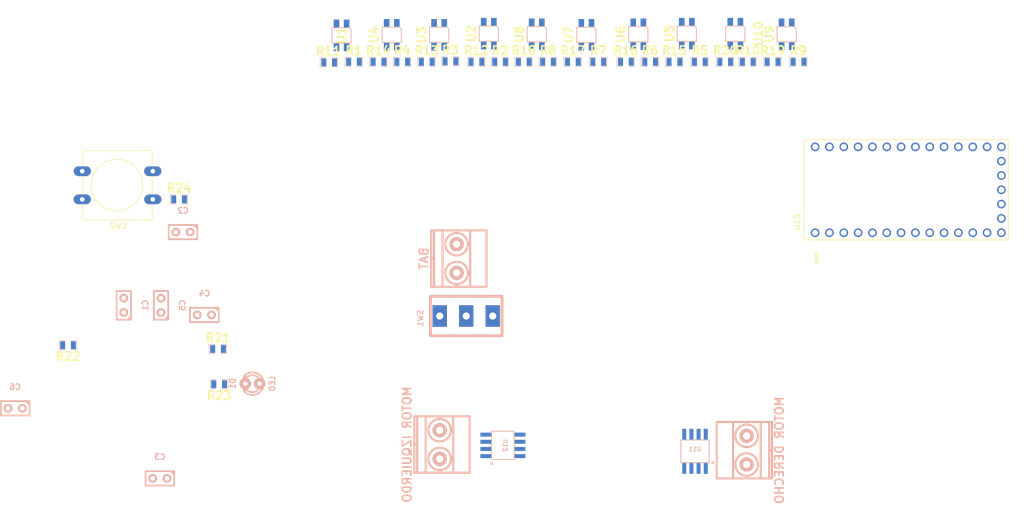
<source format=kicad_pcb>
(kicad_pcb (version 20211014) (generator pcbnew)
  (layers (0 "F.Cu" signal) (31 "B.Cu" signal) (34 "B.Paste" user) (35 "F.Paste" user) (36 "B.SilkS" user "B.Silkscreen") (37 "F.SilkS" user "F.Silkscreen") (38 "B.Mask" user) (39 "F.Mask" user) (44 "Edge.Cuts" user))
  (net 0 "")
  (net 1 "VCC")
  (net 2 "GND")
  (net 3 "+5V")
  (net 4 "Net-(D1-Pad2)")
  (net 5 "Net-(J1-Pad1)")
  (net 6 "/MOTOR_IZQ_L")
  (net 7 "/MOTOR_IZQ_R")
  (net 8 "/MOTOR_DER_L")
  (net 9 "/MOTOR_DER_R")
  (net 10 "+3V3")
  (net 11 "Net-(R1-Pad2)")
  (net 12 "Net-(R2-Pad2)")
  (net 13 "Net-(R3-Pad2)")
  (net 14 "Net-(R4-Pad2)")
  (net 15 "Net-(R5-Pad2)")
  (net 16 "Net-(R6-Pad2)")
  (net 17 "Net-(R7-Pad2)")
  (net 18 "Net-(R8-Pad2)")
  (net 19 "Net-(R9-Pad2)")
  (net 20 "Net-(R10-Pad2)")
  (net 21 "/A9")
  (net 22 "/A6")
  (net 23 "/A7")
  (net 24 "/A8")
  (net 25 "/A2")
  (net 26 "/A3")
  (net 27 "/A4")
  (net 28 "/A5")
  (net 29 "/A0")
  (net 30 "/A1")
  (net 31 "Net-(R21-Pad1)")
  (net 32 "Net-(R22-Pad1)")
  (net 33 "/PIN_ENTER")
  (net 35 "/PIN_L_DER")
  (net 36 "/PIN_R_DER")
  (net 38 "/PIN_L_IZQ")
  (net 39 "/PIN_R_IZQ")
  (footprint "DEV-15583:MODULE_DEV-15583" (layer "F.Cu") (at 181.15 98.8 90)
    (fp_text reference "U13" (at -5.715 -19.685 90) (layer "F.SilkS"))
    (fp_text value "DEV-15583")
    (fp_text user "GND" (at -12.065 -16.256 90) (layer "F.SilkS") (effects (font (size 0.64 0.64))))
    (pad "0" thru_hole circle locked (at -7.62 -13.97 90) (size 1.53 1.53) (drill 1.02) (layers *.Cu *.Mask))
    (pad "1" thru_hole circle locked (at -7.62 -11.43 90) (size 1.53 1.53) (drill 1.02) (layers *.Cu *.Mask))
    (pad "2" thru_hole circle locked (at -7.62 -8.89 90) (size 1.53 1.53) (drill 1.02) (layers *.Cu *.Mask) (net 38 "/PIN_L_IZQ"))
    (pad "3" thru_hole circle locked (at -7.62 -6.35 90) (size 1.53 1.53) (drill 1.02) (layers *.Cu *.Mask) (net 39 "/PIN_R_IZQ"))
    (pad "3.3V_1" thru_hole circle locked (at -2.54 16.51 90) (size 1.53 1.53) (drill 1.02) (layers *.Cu *.Mask))
    (pad "3.3V_2" thru_hole circle locked (at 7.62 -11.43 90) (size 1.53 1.53) (drill 1.02) (layers *.Cu *.Mask) (net 10 "+3V3"))
    (pad "4" thru_hole circle locked (at -7.62 -3.81 90) (size 1.53 1.53) (drill 1.02) (layers *.Cu *.Mask) (net 36 "/PIN_R_DER"))
    (pad "5" thru_hole circle locked (at -7.62 -1.27 90) (size 1.53 1.53) (drill 1.02) (layers *.Cu *.Mask) (net 36 "/PIN_R_DER"))
    (pad "6" thru_hole circle locked (at -7.62 1.27 90) (size 1.53 1.53) (drill 1.02) (layers *.Cu *.Mask))
    (pad "7" thru_hole circle locked (at -7.62 3.81 90) (size 1.53 1.53) (drill 1.02) (layers *.Cu *.Mask))
    (pad "8" thru_hole circle locked (at -7.62 6.35 90) (size 1.53 1.53) (drill 1.02) (layers *.Cu *.Mask))
    (pad "9" thru_hole circle locked (at -7.62 8.89 90) (size 1.53 1.53) (drill 1.02) (layers *.Cu *.Mask))
    (pad "10" thru_hole circle locked (at -7.62 11.43 90) (size 1.53 1.53) (drill 1.02) (layers *.Cu *.Mask))
    (pad "11" thru_hole circle locked (at -7.62 13.97 90) (size 1.53 1.53) (drill 1.02) (layers *.Cu *.Mask))
    (pad "12" thru_hole circle locked (at -7.62 16.51 90) (size 1.53 1.53) (drill 1.02) (layers *.Cu *.Mask) (net 33 "/PIN_ENTER"))
    (pad "13" thru_hole circle locked (at 7.62 16.51 90) (size 1.53 1.53) (drill 1.02) (layers *.Cu *.Mask))
    (pad "14" thru_hole circle locked (at 7.62 13.97 90) (size 1.53 1.53) (drill 1.02) (layers *.Cu *.Mask) (net 29 "/A0"))
    (pad "15" thru_hole circle locked (at 7.62 11.43 90) (size 1.53 1.53) (drill 1.02) (layers *.Cu *.Mask) (net 30 "/A1"))
    (pad "16" thru_hole circle locked (at 7.62 8.89 90) (size 1.53 1.53) (drill 1.02) (layers *.Cu *.Mask) (net 25 "/A2"))
    (pad "17" thru_hole circle locked (at 7.62 6.35 90) (size 1.53 1.53) (drill 1.02) (layers *.Cu *.Mask) (net 26 "/A3"))
    (pad "18" thru_hole circle locked (at 7.62 3.81 90) (size 1.53 1.53) (drill 1.02) (layers *.Cu *.Mask) (net 27 "/A4"))
    (pad "19" thru_hole circle locked (at 7.62 1.27 90) (size 1.53 1.53) (drill 1.02) (layers *.Cu *.Mask) (net 28 "/A5"))
    (pad "20" thru_hole circle locked (at 7.62 -1.27 90) (size 1.53 1.53) (drill 1.02) (layers *.Cu *.Mask) (net 22 "/A6"))
    (pad "21" thru_hole circle locked (at 7.62 -3.81 90) (size 1.53 1.53) (drill 1.02) (layers *.Cu *.Mask) (net 23 "/A7"))
    (pad "22" thru_hole circle locked (at 7.62 -6.35 90) (size 1.53 1.53) (drill 1.02) (layers *.Cu *.Mask) (net 24 "/A8"))
    (pad "23" thru_hole circle locked (at 7.62 -8.89 90) (size 1.53 1.53) (drill 1.02) (layers *.Cu *.Mask) (net 21 "/A9"))
    (pad "G1" thru_hole circle locked (at -7.62 -16.51 90) (size 1.53 1.53) (drill 1.02) (layers *.Cu *.Mask) (net 2 "GND"))
    (pad "G2" thru_hole circle locked (at 0 16.51 90) (size 1.53 1.53) (drill 1.02) (layers *.Cu *.Mask) (net 2 "GND"))
    (pad "G3" thru_hole circle locked (at 7.62 -13.97 90) (size 1.53 1.53) (drill 1.02) (layers *.Cu *.Mask) (net 2 "GND"))
    (pad "ON-OFF" thru_hole circle locked (at 5.08 16.51 90) (size 1.53 1.53) (drill 1.02) (layers *.Cu *.Mask))
    (pad "PGM" thru_hole circle locked (at 2.54 16.51 90) (size 1.53 1.53) (drill 1.02) (layers *.Cu *.Mask))
    (pad "VBAT" thru_hole circle locked (at -5.08 16.51 90) (size 1.53 1.53) (drill 1.02) (layers *.Cu *.Mask))
    (pad "VIN" thru_hole circle locked (at 7.62 -16.51 90) (size 1.53 1.53) (drill 1.02) (layers *.Cu *.Mask) (net 3 "+5V"))
  )
  (footprint "EESTN5A:SW_PUSH-12mm" (layer "F.Cu") (at 47.24 100.5 180)
    (fp_text reference "SW2" (at 6.08 -4.66) (layer "F.SilkS"))
    (fp_text value "SW_Push")
    (pad "1" thru_hole oval locked (at 0 0 180) (size 3.048 1.7272) (drill 0.8128) (layers *.Cu *.Mask) (net 33 "/PIN_ENTER"))
    (pad "1" thru_hole oval locked (at 12.5 0 180) (size 3.048 1.7272) (drill 0.8128) (layers *.Cu *.Mask) (net 33 "/PIN_ENTER"))
    (pad "2" thru_hole oval locked (at 12.5 5 180) (size 3.048 1.7272) (drill 0.8128) (layers *.Cu *.Mask) (net 10 "+3V3"))
    (pad "2" thru_hole oval locked (at 0 5 180) (size 3.048 1.7272) (drill 0.8128) (layers *.Cu *.Mask) (net 10 "+3V3"))
  )
  (footprint "EESTN5:CAP_0.1" (layer "B.Cu") (at 56.38 121 180)
    (fp_text reference "C4" (at 0 3.81) (layer "B.SilkS") (effects (font (size 1.016 1.016) (thickness 0.2032)) (justify mirror)))
    (fp_text value "0.1uf" hide)
    (pad "1" thru_hole circle locked (at -1.27 0 180) (size 1.50114 1.50114) (drill 0.8001) (layers *.Cu *.Mask "B.SilkS") (net 1 "VCC"))
    (pad "2" thru_hole circle locked (at 1.27 0 180) (size 1.50114 1.50114) (drill 0.8001) (layers *.Cu *.Mask "B.SilkS") (net 2 "GND"))
  )
  (footprint "EESTN5A:QRE1113GR" (layer "B.Cu") (at 80.7 71.4 90)
    (fp_text reference "U1" (at 0 0.01 90) (layer "F.SilkS") (effects (font (size 1.5 1.5) (thickness 0.3))))
    (fp_text value "QRE1113" hide)
    (pad "1" smd rect locked (at 2.1 0.9 90) (size 1.4 1) (layers "B.Cu" "B.Paste" "B.Mask") (net 11 "Net-(R1-Pad2)"))
    (pad "2" smd rect locked (at -2.1 0.9 90) (size 1.4 1) (layers "B.Cu" "B.Paste" "B.Mask") (net 2 "GND"))
    (pad "3" smd rect locked (at -2.1 -0.9 90) (size 1.4 1) (layers "B.Cu" "B.Paste" "B.Mask") (net 21 "/A9"))
    (pad "4" smd rect locked (at 2.1 -0.9 90) (size 1.4 1) (layers "B.Cu" "B.Paste" "B.Mask") (net 2 "GND"))
  )
  (footprint "EESTN5:CAP_0.1" (layer "B.Cu") (at 52.6 106.3 180)
    (fp_text reference "C2" (at 0 3.81) (layer "B.SilkS") (effects (font (size 1.016 1.016) (thickness 0.2032)) (justify mirror)))
    (fp_text value "47uf" hide)
    (pad "1" thru_hole circle locked (at -1.27 0 180) (size 1.50114 1.50114) (drill 0.8001) (layers *.Cu *.Mask "B.SilkS") (net 1 "VCC"))
    (pad "2" thru_hole circle locked (at 1.27 0 180) (size 1.50114 1.50114) (drill 0.8001) (layers *.Cu *.Mask "B.SilkS") (net 2 "GND"))
  )
  (footprint "EESTN5A:R_0805" (layer "B.Cu") (at 135.4 76.1 180)
    (fp_text reference "R6" (at 0 2) (layer "F.SilkS") (effects (font (size 1.5 1.5) (thickness 0.3))))
    (fp_text value "120" hide)
    (pad "1" smd rect locked (at -0.9525 0 180) (size 0.889 1.397) (layers "B.Cu" "B.Paste" "B.Mask") (net 10 "+3V3"))
    (pad "2" smd rect locked (at 0.9525 0 180) (size 0.889 1.397) (layers "B.Cu" "B.Paste" "B.Mask") (net 16 "Net-(R6-Pad2)"))
  )
  (footprint "EESTN5A:R_0805" (layer "B.Cu") (at 161.7 76.1 180)
    (fp_text reference "R9" (at 0 2) (layer "F.SilkS") (effects (font (size 1.5 1.5) (thickness 0.3))))
    (fp_text value "120" hide)
    (pad "1" smd rect locked (at -0.9525 0 180) (size 0.889 1.397) (layers "B.Cu" "B.Paste" "B.Mask") (net 10 "+3V3"))
    (pad "2" smd rect locked (at 0.9525 0 180) (size 0.889 1.397) (layers "B.Cu" "B.Paste" "B.Mask") (net 19 "Net-(R9-Pad2)"))
  )
  (footprint "EESTN5A:SSOP-8" (layer "B.Cu") (at 109.3 144.15 90)
    (fp_text reference "U12" (at 0 0.4 90) (layer "B.SilkS") (effects (font (size 0.7493 0.7493) (thickness 0.14986)) (justify mirror)))
    (fp_text value "DRV IZQ" hide)
    (pad "1" smd rect locked (at -1.905 -3 90) (size 0.7112 2) (layers "B.Cu" "B.Paste" "B.Mask") (net 2 "GND"))
    (pad "2" smd rect locked (at -0.635 -3 90) (size 0.7112 2) (layers "B.Cu" "B.Paste" "B.Mask") (net 38 "/PIN_L_IZQ"))
    (pad "3" smd rect locked (at 0.635 -3 90) (size 0.7112 2) (layers "B.Cu" "B.Paste" "B.Mask") (net 39 "/PIN_R_IZQ"))
    (pad "4" smd rect locked (at 1.905 -3 90) (size 0.7112 2) (layers "B.Cu" "B.Paste" "B.Mask"))
    (pad "5" smd rect locked (at 1.905 3 270) (size 0.7112 2) (layers "B.Cu" "B.Paste" "B.Mask") (net 1 "VCC"))
    (pad "6" smd rect locked (at 0.635 3 270) (size 0.7112 2) (layers "B.Cu" "B.Paste" "B.Mask") (net 7 "/MOTOR_IZQ_R"))
    (pad "7" smd rect locked (at -0.635 3 270) (size 0.7112 2) (layers "B.Cu" "B.Paste" "B.Mask") (net 32 "Net-(R22-Pad1)"))
    (pad "8" smd rect locked (at -1.905 3 270) (size 0.7112 2) (layers "B.Cu" "B.Paste" "B.Mask") (net 6 "/MOTOR_IZQ_L"))
  )
  (footprint "EESTN5A:R_0805" (layer "B.Cu") (at 126.2 76.1 180)
    (fp_text reference "R7" (at 0 2) (layer "F.SilkS") (effects (font (size 1.5 1.5) (thickness 0.3))))
    (fp_text value "120" hide)
    (pad "1" smd rect locked (at -0.9525 0 180) (size 0.889 1.397) (layers "B.Cu" "B.Paste" "B.Mask") (net 10 "+3V3"))
    (pad "2" smd rect locked (at 0.9525 0 180) (size 0.889 1.397) (layers "B.Cu" "B.Paste" "B.Mask") (net 17 "Net-(R7-Pad2)"))
  )
  (footprint "EESTN5A:R_0805" (layer "B.Cu") (at 108.8 76.1 180)
    (fp_text reference "R2" (at 0 2) (layer "F.SilkS") (effects (font (size 1.5 1.5) (thickness 0.3))))
    (fp_text value "120" hide)
    (pad "1" smd rect locked (at -0.9525 0 180) (size 0.889 1.397) (layers "B.Cu" "B.Paste" "B.Mask") (net 10 "+3V3"))
    (pad "2" smd rect locked (at 0.9525 0 180) (size 0.889 1.397) (layers "B.Cu" "B.Paste" "B.Mask") (net 12 "Net-(R2-Pad2)"))
  )
  (footprint "EESTN5A:QRE1113GR" (layer "B.Cu") (at 159.6 71.2 90)
    (fp_text reference "U9" (at 0 -3.1 90) (layer "F.SilkS") (effects (font (size 1.5 1.5) (thickness 0.3))))
    (fp_text value "QRE1113" hide)
    (pad "1" smd rect locked (at 2.1 0.9 90) (size 1.4 1) (layers "B.Cu" "B.Paste" "B.Mask") (net 19 "Net-(R9-Pad2)"))
    (pad "2" smd rect locked (at -2.1 0.9 90) (size 1.4 1) (layers "B.Cu" "B.Paste" "B.Mask") (net 2 "GND"))
    (pad "3" smd rect locked (at -2.1 -0.9 90) (size 1.4 1) (layers "B.Cu" "B.Paste" "B.Mask") (net 29 "/A0"))
    (pad "4" smd rect locked (at 2.1 -0.9 90) (size 1.4 1) (layers "B.Cu" "B.Paste" "B.Mask") (net 2 "GND"))
  )
  (footprint "EESTN5A:R_0805" (layer "B.Cu") (at 152.7 76.1 180)
    (fp_text reference "R10" (at 0 2) (layer "F.SilkS") (effects (font (size 1.5 1.5) (thickness 0.3))))
    (fp_text value "120" hide)
    (pad "1" smd rect locked (at -0.9525 0 180) (size 0.889 1.397) (layers "B.Cu" "B.Paste" "B.Mask") (net 10 "+3V3"))
    (pad "2" smd rect locked (at 0.9525 0 180) (size 0.889 1.397) (layers "B.Cu" "B.Paste" "B.Mask") (net 20 "Net-(R10-Pad2)"))
  )
  (footprint "EESTN5A:R_0805" (layer "B.Cu") (at 157.1 76.1 180)
    (fp_text reference "R19" (at 0 2) (layer "F.SilkS") (effects (font (size 1.5 1.5) (thickness 0.3))))
    (fp_text value "10k" hide)
    (pad "1" smd rect locked (at -0.9525 0 180) (size 0.889 1.397) (layers "B.Cu" "B.Paste" "B.Mask") (net 29 "/A0"))
    (pad "2" smd rect locked (at 0.9525 0 180) (size 0.889 1.397) (layers "B.Cu" "B.Paste" "B.Mask") (net 10 "+3V3"))
  )
  (footprint "EESTN5A:R_0805" (layer "B.Cu") (at 32.2175 126.38)
    (fp_text reference "R22" (at 0 2) (layer "F.SilkS") (effects (font (size 1.5 1.5) (thickness 0.3))))
    (fp_text value "1" hide)
    (pad "1" smd rect locked (at -0.9525 0) (size 0.889 1.397) (layers "B.Cu" "B.Paste" "B.Mask") (net 32 "Net-(R22-Pad1)"))
    (pad "2" smd rect locked (at 0.9525 0) (size 0.889 1.397) (layers "B.Cu" "B.Paste" "B.Mask") (net 2 "GND"))
  )
  (footprint "EESTN5A:QRE1113GR" (layer "B.Cu") (at 115.3 71.2 90)
    (fp_text reference "U8" (at 0 -3.1 90) (layer "F.SilkS") (effects (font (size 1.5 1.5) (thickness 0.3))))
    (fp_text value "QRE1113" hide)
    (pad "1" smd rect locked (at 2.1 0.9 90) (size 1.4 1) (layers "B.Cu" "B.Paste" "B.Mask") (net 18 "Net-(R8-Pad2)"))
    (pad "2" smd rect locked (at -2.1 0.9 90) (size 1.4 1) (layers "B.Cu" "B.Paste" "B.Mask") (net 2 "GND"))
    (pad "3" smd rect locked (at -2.1 -0.9 90) (size 1.4 1) (layers "B.Cu" "B.Paste" "B.Mask") (net 28 "/A5"))
    (pad "4" smd rect locked (at 2.1 -0.9 90) (size 1.4 1) (layers "B.Cu" "B.Paste" "B.Mask") (net 2 "GND"))
  )
  (footprint "EESTN5A:R_0805" (layer "B.Cu") (at 117.3 76.1 180)
    (fp_text reference "R8" (at 0 2) (layer "F.SilkS") (effects (font (size 1.5 1.5) (thickness 0.3))))
    (fp_text value "120" hide)
    (pad "1" smd rect locked (at -0.9525 0 180) (size 0.889 1.397) (layers "B.Cu" "B.Paste" "B.Mask") (net 10 "+3V3"))
    (pad "2" smd rect locked (at 0.9525 0 180) (size 0.889 1.397) (layers "B.Cu" "B.Paste" "B.Mask") (net 18 "Net-(R8-Pad2)"))
  )
  (footprint "EESTN5A:QRE1113GR" (layer "B.Cu") (at 133.3 71.2 90)
    (fp_text reference "U6" (at 0 -3.1 90) (layer "F.SilkS") (effects (font (size 1.5 1.5) (thickness 0.3))))
    (fp_text value "QRE1113" hide)
    (pad "1" smd rect locked (at 2.1 0.9 90) (size 1.4 1) (layers "B.Cu" "B.Paste" "B.Mask") (net 16 "Net-(R6-Pad2)"))
    (pad "2" smd rect locked (at -2.1 0.9 90) (size 1.4 1) (layers "B.Cu" "B.Paste" "B.Mask") (net 2 "GND"))
    (pad "3" smd rect locked (at -2.1 -0.9 90) (size 1.4 1) (layers "B.Cu" "B.Paste" "B.Mask") (net 26 "/A3"))
    (pad "4" smd rect locked (at 2.1 -0.9 90) (size 1.4 1) (layers "B.Cu" "B.Paste" "B.Mask") (net 2 "GND"))
  )
  (footprint "EESTN5A:QRE1113GR" (layer "B.Cu") (at 106.8 71.1 90)
    (fp_text reference "U2" (at 0 -3.1 90) (layer "F.SilkS") (effects (font (size 1.5 1.5) (thickness 0.3))))
    (fp_text value "QRE1113" hide)
    (pad "1" smd rect locked (at 2.1 0.9 90) (size 1.4 1) (layers "B.Cu" "B.Paste" "B.Mask") (net 12 "Net-(R2-Pad2)"))
    (pad "2" smd rect locked (at -2.1 0.9 90) (size 1.4 1) (layers "B.Cu" "B.Paste" "B.Mask") (net 2 "GND"))
    (pad "3" smd rect locked (at -2.1 -0.9 90) (size 1.4 1) (layers "B.Cu" "B.Paste" "B.Mask") (net 22 "/A6"))
    (pad "4" smd rect locked (at 2.1 -0.9 90) (size 1.4 1) (layers "B.Cu" "B.Paste" "B.Mask") (net 2 "GND"))
  )
  (footprint "EESTN5A:R_0805" (layer "B.Cu") (at 148.7 76.1 180)
    (fp_text reference "R20" (at 0 2) (layer "F.SilkS") (effects (font (size 1.5 1.5) (thickness 0.3))))
    (fp_text value "10k" hide)
    (pad "1" smd rect locked (at -0.9525 0 180) (size 0.889 1.397) (layers "B.Cu" "B.Paste" "B.Mask") (net 30 "/A1"))
    (pad "2" smd rect locked (at 0.9525 0 180) (size 0.889 1.397) (layers "B.Cu" "B.Paste" "B.Mask") (net 10 "+3V3"))
  )
  (footprint "EESTN5A:SW_SPDT_TH_Vertical" (layer "B.Cu") (at 102.8 121.2 -90)
    (fp_text reference "SW1" (at 0.381 8.128 90) (layer "B.SilkS") (effects (justify mirror)))
    (fp_text value "SW_SPDT" hide)
    (pad "1" thru_hole rect locked (at 0 4.7 270) (size 3.81 2.54) (drill 1.27) (layers *.Cu *.Mask))
    (pad "2" thru_hole rect locked (at 0 0 270) (size 3.81 2.54) (drill 1.27) (layers *.Cu *.Mask) (net 5 "Net-(J1-Pad1)"))
    (pad "3" thru_hole rect locked (at 0 -4.7 270) (size 3.81 2.54) (drill 1.27) (layers *.Cu *.Mask) (net 1 "VCC"))
  )
  (footprint "EESTN5:led_3mm_clear" (layer "B.Cu") (at 64.9 133.2 90)
    (fp_text reference "D1" (at 0 -3.5 90) (layer "B.SilkS") (effects (font (thickness 0.2)) (justify mirror)))
    (fp_text value "LED" (at 0 3.5 90) (layer "B.SilkS") (effects (font (thickness 0.2)) (justify mirror)))
    (pad "1" thru_hole circle locked (at 0 1.27 90) (size 1.99898 1.99898) (drill 0.8001) (layers *.Cu *.Mask "B.SilkS") (net 2 "GND"))
    (pad "2" thru_hole circle locked (at 0 -1.27 90) (size 1.99898 1.99898) (drill 0.8001) (layers *.Cu *.Mask "B.SilkS") (net 4 "Net-(D1-Pad2)"))
  )
  (footprint "EESTN5A:R_0805" (layer "B.Cu") (at 87.2525 76.1 180)
    (fp_text reference "R14" (at 0 2) (layer "F.SilkS") (effects (font (size 1.5 1.5) (thickness 0.3))))
    (fp_text value "10k" hide)
    (pad "1" smd rect locked (at -0.9525 0 180) (size 0.889 1.397) (layers "B.Cu" "B.Paste" "B.Mask") (net 24 "/A8"))
    (pad "2" smd rect locked (at 0.9525 0 180) (size 0.889 1.397) (layers "B.Cu" "B.Paste" "B.Mask") (net 10 "+3V3"))
  )
  (footprint "EESTN5A:R_0805" (layer "B.Cu") (at 144.2 76.1 180)
    (fp_text reference "R5" (at 0 2) (layer "F.SilkS") (effects (font (size 1.5 1.5) (thickness 0.3))))
    (fp_text value "120" hide)
    (pad "1" smd rect locked (at -0.9525 0 180) (size 0.889 1.397) (layers "B.Cu" "B.Paste" "B.Mask") (net 10 "+3V3"))
    (pad "2" smd rect locked (at 0.9525 0 180) (size 0.889 1.397) (layers "B.Cu" "B.Paste" "B.Mask") (net 15 "Net-(R5-Pad2)"))
  )
  (footprint "EESTN5A:R_0805" (layer "B.Cu") (at 82.9 76.1 180)
    (fp_text reference "R1" (at 0 2) (layer "F.SilkS") (effects (font (size 1.5 1.5) (thickness 0.3))))
    (fp_text value "120" hide)
    (pad "1" smd rect locked (at -0.9525 0 180) (size 0.889 1.397) (layers "B.Cu" "B.Paste" "B.Mask") (net 10 "+3V3"))
    (pad "2" smd rect locked (at 0.9525 0 180) (size 0.889 1.397) (layers "B.Cu" "B.Paste" "B.Mask") (net 11 "Net-(R1-Pad2)"))
  )
  (footprint "EESTN5A:R_0805" (layer "B.Cu") (at 51.9 100.5 180)
    (fp_text reference "R24" (at 0 2) (layer "F.SilkS") (effects (font (size 1.5 1.5) (thickness 0.3))))
    (fp_text value "10k" hide)
    (pad "1" smd rect locked (at -0.9525 0 180) (size 0.889 1.397) (layers "B.Cu" "B.Paste" "B.Mask") (net 2 "GND"))
    (pad "2" smd rect locked (at 0.9525 0 180) (size 0.889 1.397) (layers "B.Cu" "B.Paste" "B.Mask") (net 33 "/PIN_ENTER"))
  )
  (footprint "EESTN5A:R_0805" (layer "B.Cu") (at 78.5 76.2 180)
    (fp_text reference "R11" (at 0.15175 2.03) (layer "F.SilkS") (effects (font (size 1.5 1.5) (thickness 0.3))))
    (fp_text value "10k" hide)
    (pad "1" smd rect locked (at -0.9525 0 180) (size 0.889 1.397) (layers "B.Cu" "B.Paste" "B.Mask") (net 21 "/A9"))
    (pad "2" smd rect locked (at 0.9525 0 180) (size 0.889 1.397) (layers "B.Cu" "B.Paste" "B.Mask") (net 10 "+3V3"))
  )
  (footprint "EESTN5A:QRE1113GR" (layer "B.Cu") (at 98 71.3 90)
    (fp_text reference "U3" (at 0 -3.1 90) (layer "F.SilkS") (effects (font (size 1.5 1.5) (thickness 0.3))))
    (fp_text value "QRE1113" hide)
    (pad "1" smd rect locked (at 2.1 0.9 90) (size 1.4 1) (layers "B.Cu" "B.Paste" "B.Mask") (net 13 "Net-(R3-Pad2)"))
    (pad "2" smd rect locked (at -2.1 0.9 90) (size 1.4 1) (layers "B.Cu" "B.Paste" "B.Mask") (net 2 "GND"))
    (pad "3" smd rect locked (at -2.1 -0.9 90) (size 1.4 1) (layers "B.Cu" "B.Paste" "B.Mask") (net 23 "/A7"))
    (pad "4" smd rect locked (at 2.1 -0.9 90) (size 1.4 1) (layers "B.Cu" "B.Paste" "B.Mask") (net 2 "GND"))
  )
  (footprint "EESTN5A:R_0805" (layer "B.Cu") (at 100 76 180)
    (fp_text reference "R3" (at 0 2) (layer "F.SilkS") (effects (font (size 1.5 1.5) (thickness 0.3))))
    (fp_text value "120" hide)
    (pad "1" smd rect locked (at -0.9525 0 180) (size 0.889 1.397) (layers "B.Cu" "B.Paste" "B.Mask") (net 10 "+3V3"))
    (pad "2" smd rect locked (at 0.9525 0 180) (size 0.889 1.397) (layers "B.Cu" "B.Paste" "B.Mask") (net 13 "Net-(R3-Pad2)"))
  )
  (footprint "EESTN5A:R_0805" (layer "B.Cu") (at 59 133.3)
    (fp_text reference "R23" (at 0 2) (layer "F.SilkS") (effects (font (size 1.5 1.5) (thickness 0.3))))
    (fp_text value "1k" hide)
    (pad "1" smd rect locked (at -0.9525 0) (size 0.889 1.397) (layers "B.Cu" "B.Paste" "B.Mask") (net 1 "VCC"))
    (pad "2" smd rect locked (at 0.9525 0) (size 0.889 1.397) (layers "B.Cu" "B.Paste" "B.Mask") (net 4 "Net-(D1-Pad2)"))
  )
  (footprint "EESTN5:CAP_0.1" (layer "B.Cu") (at 42.1 119.3 90)
    (fp_text reference "C1" (at 0 3.81 90) (layer "B.SilkS") (effects (font (size 1.016 1.016) (thickness 0.2032)) (justify mirror)))
    (fp_text value "47uf" hide)
    (pad "1" thru_hole circle locked (at -1.27 0 90) (size 1.50114 1.50114) (drill 0.8001) (layers *.Cu *.Mask "B.SilkS") (net 1 "VCC"))
    (pad "2" thru_hole circle locked (at 1.27 0 90) (size 1.50114 1.50114) (drill 0.8001) (layers *.Cu *.Mask "B.SilkS") (net 2 "GND"))
  )
  (footprint "EESTN5A:QRE1113GR" (layer "B.Cu") (at 124.1 71.3 90)
    (fp_text reference "U7" (at 0 -3.1 90) (layer "F.SilkS") (effects (font (size 1.5 1.5) (thickness 0.3))))
    (fp_text value "QRE1113" hide)
    (pad "1" smd rect locked (at 2.1 0.9 90) (size 1.4 1) (layers "B.Cu" "B.Paste" "B.Mask") (net 17 "Net-(R7-Pad2)"))
    (pad "2" smd rect locked (at -2.1 0.9 90) (size 1.4 1) (layers "B.Cu" "B.Paste" "B.Mask") (net 2 "GND"))
    (pad "3" smd rect locked (at -2.1 -0.9 90) (size 1.4 1) (layers "B.Cu" "B.Paste" "B.Mask") (net 27 "/A4"))
    (pad "4" smd rect locked (at 2.1 -0.9 90) (size 1.4 1) (layers "B.Cu" "B.Paste" "B.Mask") (net 2 "GND"))
  )
  (footprint "EESTN5:BORNERA2" (layer "B.Cu") (at 101.1 111 90)
    (fp_text reference "J1" hide)
    (fp_text value "BAT" (at 0 -5.8 90) (layer "B.SilkS") (effects (font (size 1.5 1.5) (thickness 0.3)) (justify mirror)))
    (pad "1" thru_hole circle locked (at -2.54 0 90) (size 2.5 2.5) (drill 1.3) (layers *.Cu *.Mask "B.SilkS") (net 5 "Net-(J1-Pad1)"))
    (pad "2" thru_hole circle locked (at 2.54 0 90) (size 2.5 2.5) (drill 1.3) (layers *.Cu *.Mask "B.SilkS") (net 2 "GND"))
  )
  (footprint "EESTN5A:R_0805" (layer "B.Cu") (at 113 76.1 180)
    (fp_text reference "R18" (at 0 2) (layer "F.SilkS") (effects (font (size 1.5 1.5) (thickness 0.3))))
    (fp_text value "10k" hide)
    (pad "1" smd rect locked (at -0.9525 0 180) (size 0.889 1.397) (layers "B.Cu" "B.Paste" "B.Mask") (net 28 "/A5"))
    (pad "2" smd rect locked (at 0.9525 0 180) (size 0.889 1.397) (layers "B.Cu" "B.Paste" "B.Mask") (net 10 "+3V3"))
  )
  (footprint "EESTN5A:R_0805" (layer "B.Cu") (at 104.6 76.1 180)
    (fp_text reference "R12" (at 0 2) (layer "F.SilkS") (effects (font (size 1.5 1.5) (thickness 0.3))))
    (fp_text value "10k" hide)
    (pad "1" smd rect locked (at -0.9525 0 180) (size 0.889 1.397) (layers "B.Cu" "B.Paste" "B.Mask") (net 22 "/A6"))
    (pad "2" smd rect locked (at 0.9525 0 180) (size 0.889 1.397) (layers "B.Cu" "B.Paste" "B.Mask") (net 10 "+3V3"))
  )
  (footprint "EESTN5A:SSOP-8" (layer "B.Cu") (at 143.35 145.2 180)
    (fp_text reference "U11" (at 0 0.4) (layer "B.SilkS") (effects (font (size 0.7493 0.7493) (thickness 0.14986)) (justify mirror)))
    (fp_text value "DRV DER" hide)
    (pad "1" smd rect locked (at -1.905 -3 180) (size 0.7112 2) (layers "B.Cu" "B.Paste" "B.Mask") (net 2 "GND"))
    (pad "2" smd rect locked (at -0.635 -3 180) (size 0.7112 2) (layers "B.Cu" "B.Paste" "B.Mask") (net 35 "/PIN_L_DER"))
    (pad "3" smd rect locked (at 0.635 -3 180) (size 0.7112 2) (layers "B.Cu" "B.Paste" "B.Mask") (net 36 "/PIN_R_DER"))
    (pad "4" smd rect locked (at 1.905 -3 180) (size 0.7112 2) (layers "B.Cu" "B.Paste" "B.Mask"))
    (pad "5" smd rect locked (at 1.905 3) (size 0.7112 2) (layers "B.Cu" "B.Paste" "B.Mask") (net 1 "VCC"))
    (pad "6" smd rect locked (at 0.635 3) (size 0.7112 2) (layers "B.Cu" "B.Paste" "B.Mask") (net 9 "/MOTOR_DER_R"))
    (pad "7" smd rect locked (at -0.635 3) (size 0.7112 2) (layers "B.Cu" "B.Paste" "B.Mask") (net 31 "Net-(R21-Pad1)"))
    (pad "8" smd rect locked (at -1.905 3) (size 0.7112 2) (layers "B.Cu" "B.Paste" "B.Mask") (net 8 "/MOTOR_DER_L"))
  )
  (footprint "EESTN5A:R_0805" (layer "B.Cu") (at 95.8 76.1 180)
    (fp_text reference "R13" (at 0 2) (layer "F.SilkS") (effects (font (size 1.5 1.5) (thickness 0.3))))
    (fp_text value "10k" hide)
    (pad "1" smd rect locked (at -0.9525 0 180) (size 0.889 1.397) (layers "B.Cu" "B.Paste" "B.Mask") (net 23 "/A7"))
    (pad "2" smd rect locked (at 0.9525 0 180) (size 0.889 1.397) (layers "B.Cu" "B.Paste" "B.Mask") (net 10 "+3V3"))
  )
  (footprint "EESTN5A:R_0805" (layer "B.Cu") (at 139.7 76.1 180)
    (fp_text reference "R15" (at 0 2) (layer "F.SilkS") (effects (font (size 1.5 1.5) (thickness 0.3))))
    (fp_text value "10k" hide)
    (pad "1" smd rect locked (at -0.9525 0 180) (size 0.889 1.397) (layers "B.Cu" "B.Paste" "B.Mask") (net 25 "/A2"))
    (pad "2" smd rect locked (at 0.9525 0 180) (size 0.889 1.397) (layers "B.Cu" "B.Paste" "B.Mask") (net 10 "+3V3"))
  )
  (footprint "EESTN5A:R_0805" (layer "B.Cu") (at 91.4525 76.1 180)
    (fp_text reference "R4" (at 0 2) (layer "F.SilkS") (effects (font (size 1.5 1.5) (thickness 0.3))))
    (fp_text value "120" hide)
    (pad "1" smd rect locked (at -0.9525 0 180) (size 0.889 1.397) (layers "B.Cu" "B.Paste" "B.Mask") (net 10 "+3V3"))
    (pad "2" smd rect locked (at 0.9525 0 180) (size 0.889 1.397) (layers "B.Cu" "B.Paste" "B.Mask") (net 14 "Net-(R4-Pad2)"))
  )
  (footprint "EESTN5:BORNERA2" (layer "B.Cu") (at 98.1 144 90)
    (fp_text reference "J2" hide)
    (fp_text value "MOTOR IZQUIERDO" (at 0 -5.8 90) (layer "B.SilkS") (effects (font (size 1.5 1.5) (thickness 0.3)) (justify mirror)))
    (pad "1" thru_hole circle locked (at -2.54 0 90) (size 2.5 2.5) (drill 1.3) (layers *.Cu *.Mask "B.SilkS") (net 6 "/MOTOR_IZQ_L"))
    (pad "2" thru_hole circle locked (at 2.54 0 90) (size 2.5 2.5) (drill 1.3) (layers *.Cu *.Mask "B.SilkS") (net 7 "/MOTOR_IZQ_R"))
  )
  (footprint "EESTN5A:R_0805" (layer "B.Cu") (at 58.80113 127.04263 180)
    (fp_text reference "R21" (at 0 2) (layer "F.SilkS") (effects (font (size 1.5 1.5) (thickness 0.3))))
    (fp_text value "1" hide)
    (pad "1" smd rect locked (at -0.9525 0 180) (size 0.889 1.397) (layers "B.Cu" "B.Paste" "B.Mask") (net 31 "Net-(R21-Pad1)"))
    (pad "2" smd rect locked (at 0.9525 0 180) (size 0.889 1.397) (layers "B.Cu" "B.Paste" "B.Mask") (net 2 "GND"))
  )
  (footprint "EESTN5:CAP_0.1" (layer "B.Cu") (at 22.85 137.57 180)
    (fp_text reference "C6" (at 0 3.81) (layer "B.SilkS") (effects (font (size 1.016 1.016) (thickness 0.2032)) (justify mirror)))
    (fp_text value "100nf" hide)
    (pad "1" thru_hole circle locked (at -1.27 0 180) (size 1.50114 1.50114) (drill 0.8001) (layers *.Cu *.Mask "B.SilkS") (net 3 "+5V"))
    (pad "2" thru_hole circle locked (at 1.27 0 180) (size 1.50114 1.50114) (drill 0.8001) (layers *.Cu *.Mask "B.SilkS") (net 2 "GND"))
  )
  (footprint "EESTN5:CAP_0.1" (layer "B.Cu") (at 48.5 150 180)
    (fp_text reference "C3" (at 0 3.81) (layer "B.SilkS") (effects (font (size 1.016 1.016) (thickness 0.2032)) (justify mirror)))
    (fp_text value "0.1uf" hide)
    (pad "1" thru_hole circle locked (at -1.27 0 180) (size 1.50114 1.50114) (drill 0.8001) (layers *.Cu *.Mask "B.SilkS") (net 1 "VCC"))
    (pad "2" thru_hole circle locked (at 1.27 0 180) (size 1.50114 1.50114) (drill 0.8001) (layers *.Cu *.Mask "B.SilkS") (net 2 "GND"))
  )
  (footprint "EESTN5A:R_0805" (layer "B.Cu") (at 131.1 76.1 180)
    (fp_text reference "R16" (at 0.01113 2.00263) (layer "F.SilkS") (effects (font (size 1.5 1.5) (thickness 0.3))))
    (fp_text value "10k" hide)
    (pad "1" smd rect locked (at -0.9525 0 180) (size 0.889 1.397) (layers "B.Cu" "B.Paste" "B.Mask") (net 26 "/A3"))
    (pad "2" smd rect locked (at 0.9525 0 180) (size 0.889 1.397) (layers "B.Cu" "B.Paste" "B.Mask") (net 10 "+3V3"))
  )
  (footprint "EESTN5A:QRE1113GR" (layer "B.Cu") (at 150.5 71.1 90)
    (fp_text reference "U10" (at 0 4.08 90) (layer "F.SilkS") (effects (font (size 1.5 1.5) (thickness 0.3))))
    (fp_text value "QRE1113" hide)
    (pad "1" smd rect locked (at 2.1 0.9 90) (size 1.4 1) (layers "B.Cu" "B.Paste" "B.Mask") (net 20 "Net-(R10-Pad2)"))
    (pad "2" smd rect locked (at -2.1 0.9 90) (size 1.4 1) (layers "B.Cu" "B.Paste" "B.Mask") (net 2 "GND"))
    (pad "3" smd rect locked (at -2.1 -0.9 90) (size 1.4 1) (layers "B.Cu" "B.Paste" "B.Mask") (net 30 "/A1"))
    (pad "4" smd rect locked (at 2.1 -0.9 90) (size 1.4 1) (layers "B.Cu" "B.Paste" "B.Mask") (net 2 "GND"))
  )
  (footprint "EESTN5:BORNERA2" (layer "B.Cu") (at 152.5 145 -90)
    (fp_text reference "J3" hide)
    (fp_text value "MOTOR DERECHO" (at 0 -5.8 90) (layer "B.SilkS") (effects (font (size 1.5 1.5) (thickness 0.3)) (justify mirror)))
    (pad "1" thru_hole circle locked (at -2.54 0 270) (size 2.5 2.5) (drill 1.3) (layers *.Cu *.Mask "B.SilkS") (net 8 "/MOTOR_DER_L"))
    (pad "2" thru_hole circle locked (at 2.54 0 270) (size 2.5 2.5) (drill 1.3) (layers *.Cu *.Mask "B.SilkS") (net 9 "/MOTOR_DER_R"))
  )
  (footprint "EESTN5A:R_0805" (layer "B.Cu") (at 121.7 76.1 180)
    (fp_text reference "R17" (at 0 2) (layer "F.SilkS") (effects (font (size 1.5 1.5) (thickness 0.3))))
    (fp_text value "10k" hide)
    (pad "1" smd rect locked (at -0.9525 0 180) (size 0.889 1.397) (layers "B.Cu" "B.Paste" "B.Mask") (net 27 "/A4"))
    (pad "2" smd rect locked (at 0.9525 0 180) (size 0.889 1.397) (layers "B.Cu" "B.Paste" "B.Mask") (net 10 "+3V3"))
  )
  (footprint "EESTN5:CAP_0.1" (layer "B.Cu") (at 48.7 119.3 90)
    (fp_text reference "C5" (at 0 3.81 90) (layer "B.SilkS") (effects (font (size 1.016 1.016) (thickness 0.2032)) (justify mirror)))
    (fp_text value "10uf" hide)
    (pad "1" thru_hole circle locked (at -1.27 0 90) (size 1.50114 1.50114) (drill 0.8001) (layers *.Cu *.Mask "B.SilkS") (net 1 "VCC"))
    (pad "2" thru_hole circle locked (at 1.27 0 90) (size 1.50114 1.50114) (drill 0.8001) (layers *.Cu *.Mask "B.SilkS") (net 2 "GND"))
  )
  (footprint "EESTN5A:QRE1113GR" (layer "B.Cu") (at 141.9 71.1 90)
    (fp_text reference "U5" (at 0 -3.1 90) (layer "F.SilkS") (effects (font (size 1.5 1.5) (thickness 0.3))))
    (fp_text value "QRE1113" hide)
    (pad "1" smd rect locked (at 2.1 0.9 90) (size 1.4 1) (layers "B.Cu" "B.Paste" "B.Mask") (net 15 "Net-(R5-Pad2)"))
    (pad "2" smd rect locked (at -2.1 0.9 90) (size 1.4 1) (layers "B.Cu" "B.Paste" "B.Mask") (net 2 "GND"))
    (pad "3" smd rect locked (at -2.1 -0.9 90) (size 1.4 1) (layers "B.Cu" "B.Paste" "B.Mask") (net 25 "/A2"))
    (pad "4" smd rect locked (at 2.1 -0.9 90) (size 1.4 1) (layers "B.Cu" "B.Paste" "B.Mask") (net 2 "GND"))
  )
  (footprint "EESTN5A:QRE1113GR" (layer "B.Cu") (at 89.6 71.3 90)
    (fp_text reference "U4" (at 0 -3.1 90) (layer "F.SilkS") (effects (font (size 1.5 1.5) (thickness 0.3))))
    (fp_text value "QRE1113" hide)
    (pad "1" smd rect locked (at 2.1 0.9 90) (size 1.4 1) (layers "B.Cu" "B.Paste" "B.Mask") (net 14 "Net-(R4-Pad2)"))
    (pad "2" smd rect locked (at -2.1 0.9 90) (size 1.4 1) (layers "B.Cu" "B.Paste" "B.Mask") (net 2 "GND"))
    (pad "3" smd rect locked (at -2.1 -0.9 90) (size 1.4 1) (layers "B.Cu" "B.Paste" "B.Mask") (net 24 "/A8"))
    (pad "4" smd rect locked (at 2.1 -0.9 90) (size 1.4 1) (layers "B.Cu" "B.Paste" "B.Mask") (net 2 "GND"))
  )
)
</source>
